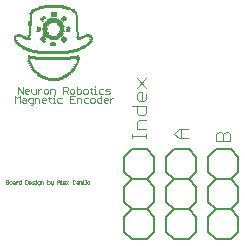
<source format=gto>
G75*
G70*
%OFA0B0*%
%FSLAX24Y24*%
%IPPOS*%
%LPD*%
%AMOC8*
5,1,8,0,0,1.08239X$1,22.5*
%
%ADD10C,0.0040*%
%ADD11R,0.0420X0.0030*%
%ADD12R,0.0600X0.0030*%
%ADD13R,0.0750X0.0030*%
%ADD14R,0.0270X0.0030*%
%ADD15R,0.0240X0.0030*%
%ADD16R,0.0210X0.0030*%
%ADD17R,0.0180X0.0030*%
%ADD18R,0.0150X0.0030*%
%ADD19R,0.0120X0.0030*%
%ADD20R,0.0090X0.0030*%
%ADD21R,0.1230X0.0030*%
%ADD22R,0.1740X0.0030*%
%ADD23R,0.0300X0.0030*%
%ADD24R,0.1050X0.0030*%
%ADD25R,0.1410X0.0030*%
%ADD26R,0.1650X0.0030*%
%ADD27R,0.0060X0.0030*%
%ADD28R,0.0360X0.0030*%
%ADD29R,0.0450X0.0030*%
%ADD30R,0.0540X0.0030*%
%ADD31R,0.0030X0.0030*%
%ADD32R,0.0570X0.0030*%
%ADD33R,0.0330X0.0030*%
%ADD34R,0.0480X0.0030*%
%ADD35R,0.0390X0.0030*%
%ADD36R,0.1080X0.0030*%
%ADD37R,0.0930X0.0030*%
%ADD38R,0.0660X0.0030*%
%ADD39C,0.0020*%
%ADD40C,0.0010*%
%ADD41C,0.0060*%
D10*
X004801Y004801D02*
X004801Y004955D01*
X004801Y004878D02*
X005261Y004878D01*
X005261Y004801D02*
X005261Y004955D01*
X005261Y005108D02*
X004955Y005108D01*
X004955Y005338D01*
X005031Y005415D01*
X005261Y005415D01*
X005185Y005569D02*
X005031Y005569D01*
X004955Y005645D01*
X004955Y005876D01*
X004801Y005876D02*
X005261Y005876D01*
X005261Y005645D01*
X005185Y005569D01*
X005185Y006029D02*
X005031Y006029D01*
X004955Y006106D01*
X004955Y006259D01*
X005031Y006336D01*
X005108Y006336D01*
X005108Y006029D01*
X005185Y006029D02*
X005261Y006106D01*
X005261Y006259D01*
X005261Y006489D02*
X004955Y006796D01*
X005261Y006796D02*
X004955Y006489D01*
X006355Y005108D02*
X006661Y005108D01*
X006431Y005108D02*
X006431Y004801D01*
X006355Y004801D02*
X006201Y004955D01*
X006355Y005108D01*
X006355Y004801D02*
X006661Y004801D01*
X007601Y004701D02*
X007601Y004932D01*
X007678Y005008D01*
X007755Y005008D01*
X007831Y004932D01*
X007831Y004701D01*
X008061Y004701D02*
X007601Y004701D01*
X007831Y004932D02*
X007908Y005008D01*
X007985Y005008D01*
X008061Y004932D01*
X008061Y004701D01*
D11*
X002866Y007711D03*
X002176Y006721D03*
X001456Y007711D03*
D12*
X002176Y006751D03*
X002176Y008641D03*
D13*
X002161Y006781D03*
D14*
X001861Y006811D03*
X001441Y007501D03*
X001261Y008131D03*
X001021Y008221D03*
X002161Y008761D03*
D15*
X001966Y008611D03*
X001966Y008221D03*
X002176Y008071D03*
X001276Y008101D03*
X001246Y007771D03*
X001786Y006841D03*
X002476Y006811D03*
X003076Y007771D03*
X003316Y008221D03*
X002716Y009091D03*
D16*
X002521Y008761D03*
X002371Y008611D03*
X002401Y008581D03*
X002401Y008251D03*
X002371Y008221D03*
X002521Y008071D03*
X002161Y007921D03*
X002161Y007891D03*
X001831Y008071D03*
X001831Y008761D03*
X001621Y009091D03*
X001561Y009061D03*
X003061Y008101D03*
X003181Y008161D03*
X003151Y007801D03*
X002551Y006841D03*
D17*
X002596Y006871D03*
X002656Y006901D03*
X001726Y006871D03*
X001186Y007801D03*
X001126Y007831D03*
X001306Y008071D03*
X001156Y008161D03*
X001816Y008101D03*
X001936Y008251D03*
X001906Y008281D03*
X001906Y008311D03*
X001876Y008401D03*
X001876Y008431D03*
X001906Y008551D03*
X001936Y008581D03*
X002176Y008851D03*
X002176Y008881D03*
X002176Y008911D03*
X002176Y008941D03*
X002176Y008971D03*
X002506Y008791D03*
X002536Y008731D03*
X002416Y008551D03*
X002446Y008521D03*
X002446Y008341D03*
X002416Y008281D03*
X002536Y008101D03*
X002506Y008041D03*
X002146Y007951D03*
X003196Y007831D03*
X003256Y007861D03*
X002776Y009061D03*
X001516Y009031D03*
D18*
X001471Y009001D03*
X001801Y008731D03*
X001831Y008791D03*
X001891Y008521D03*
X001891Y008491D03*
X001891Y008461D03*
X001891Y008371D03*
X001891Y008341D03*
X001681Y008371D03*
X001681Y008401D03*
X001681Y008431D03*
X001681Y008461D03*
X001681Y008491D03*
X001831Y008041D03*
X002161Y007981D03*
X002161Y007861D03*
X002431Y008311D03*
X002461Y008371D03*
X002461Y008401D03*
X002461Y008431D03*
X002461Y008461D03*
X002461Y008491D03*
X002671Y008431D03*
X003031Y008071D03*
X003301Y007891D03*
X003331Y007921D03*
X003361Y007951D03*
X003331Y008251D03*
X002821Y009031D03*
X001081Y007861D03*
X001051Y007891D03*
X001651Y006931D03*
X001681Y006901D03*
X002701Y006931D03*
X002731Y006961D03*
X002761Y006991D03*
X002791Y007021D03*
D19*
X002806Y007051D03*
X002836Y007081D03*
X002866Y007111D03*
X002896Y007171D03*
X002926Y007231D03*
X002986Y007411D03*
X003376Y007981D03*
X003406Y008011D03*
X003436Y008071D03*
X003436Y008131D03*
X002656Y008341D03*
X002656Y008371D03*
X002656Y008401D03*
X002656Y008461D03*
X002656Y008491D03*
X002536Y008701D03*
X002506Y008821D03*
X002866Y009001D03*
X002896Y008971D03*
X002536Y008131D03*
X002506Y008011D03*
X001846Y008011D03*
X001816Y008131D03*
X001666Y008341D03*
X001366Y008221D03*
X001396Y008551D03*
X001396Y008581D03*
X001396Y008611D03*
X001396Y008641D03*
X001396Y008671D03*
X001426Y008941D03*
X001456Y008971D03*
X001846Y008821D03*
X001006Y008251D03*
X000916Y008161D03*
X000916Y008041D03*
X000946Y007981D03*
X000976Y007951D03*
X001006Y007921D03*
X001366Y007351D03*
X001396Y007261D03*
X001426Y007201D03*
X001456Y007141D03*
X001486Y007081D03*
X001516Y007051D03*
X001546Y007021D03*
X001576Y006991D03*
X001606Y006961D03*
D20*
X001471Y007111D03*
X001441Y007171D03*
X001411Y007231D03*
X001381Y007291D03*
X001381Y007321D03*
X001351Y007381D03*
X001351Y007411D03*
X001351Y007531D03*
X000931Y008011D03*
X000901Y008071D03*
X000901Y008101D03*
X000901Y008131D03*
X001351Y008161D03*
X001351Y008191D03*
X001381Y008251D03*
X001381Y008281D03*
X001381Y008311D03*
X001381Y008341D03*
X001381Y008371D03*
X001381Y008401D03*
X001381Y008431D03*
X001381Y008461D03*
X001381Y008491D03*
X001381Y008521D03*
X001411Y008701D03*
X001411Y008731D03*
X001411Y008761D03*
X001411Y008791D03*
X001411Y008821D03*
X001411Y008851D03*
X001411Y008881D03*
X001411Y008911D03*
X001801Y008701D03*
X002911Y008911D03*
X002911Y008941D03*
X002941Y008881D03*
X002941Y008851D03*
X002941Y008821D03*
X002941Y008791D03*
X002941Y008761D03*
X002941Y008731D03*
X002941Y008701D03*
X002941Y008671D03*
X002941Y008641D03*
X002941Y008611D03*
X002941Y008581D03*
X002941Y008551D03*
X002941Y008521D03*
X002941Y008491D03*
X002941Y008461D03*
X002941Y008431D03*
X002941Y008401D03*
X002941Y008371D03*
X002941Y008341D03*
X002971Y008311D03*
X002971Y008281D03*
X002971Y008251D03*
X002971Y008221D03*
X002971Y008191D03*
X002971Y008161D03*
X003421Y008161D03*
X003451Y008101D03*
X003421Y008041D03*
X003001Y007531D03*
X002971Y007381D03*
X002971Y007351D03*
X002971Y007321D03*
X002941Y007291D03*
X002941Y007261D03*
X002911Y007201D03*
X002881Y007141D03*
D21*
X002161Y007411D03*
D22*
X002176Y007441D03*
X002176Y007471D03*
D23*
X002896Y007501D03*
X002986Y007741D03*
X003076Y008131D03*
X002626Y009121D03*
X001726Y009121D03*
X001036Y008191D03*
X001336Y007741D03*
D24*
X002161Y007621D03*
D25*
X002161Y007651D03*
D26*
X002161Y007681D03*
D27*
X001846Y007981D03*
X001816Y008161D03*
X001816Y008671D03*
X001846Y008851D03*
X002506Y008851D03*
X002506Y007981D03*
D28*
X002176Y008101D03*
D29*
X002161Y008131D03*
D30*
X002176Y008161D03*
X002176Y008671D03*
D31*
X002521Y008671D03*
X002701Y008521D03*
X002521Y008161D03*
X001651Y008521D03*
D32*
X002161Y008191D03*
D33*
X003301Y008191D03*
D34*
X002176Y008701D03*
D35*
X002161Y008731D03*
D36*
X002176Y009151D03*
D37*
X002161Y009181D03*
D38*
X002176Y009211D03*
D39*
X002501Y006512D02*
X002612Y006512D01*
X002648Y006475D01*
X002648Y006401D01*
X002612Y006365D01*
X002501Y006365D01*
X002501Y006291D02*
X002501Y006512D01*
X002575Y006365D02*
X002648Y006291D01*
X002722Y006328D02*
X002759Y006291D01*
X002833Y006291D01*
X002869Y006328D01*
X002869Y006401D01*
X002833Y006438D01*
X002759Y006438D01*
X002722Y006401D01*
X002722Y006328D01*
X002733Y006212D02*
X002733Y005991D01*
X002880Y005991D01*
X002954Y005991D02*
X002954Y006138D01*
X003064Y006138D01*
X003101Y006101D01*
X003101Y005991D01*
X003175Y006028D02*
X003212Y005991D01*
X003322Y005991D01*
X003396Y006028D02*
X003396Y006101D01*
X003433Y006138D01*
X003506Y006138D01*
X003543Y006101D01*
X003543Y006028D01*
X003506Y005991D01*
X003433Y005991D01*
X003396Y006028D01*
X003322Y006138D02*
X003212Y006138D01*
X003175Y006101D01*
X003175Y006028D01*
X003201Y006291D02*
X003164Y006328D01*
X003164Y006401D01*
X003201Y006438D01*
X003274Y006438D01*
X003311Y006401D01*
X003311Y006328D01*
X003274Y006291D01*
X003201Y006291D01*
X003090Y006328D02*
X003090Y006401D01*
X003054Y006438D01*
X002943Y006438D01*
X002943Y006512D02*
X002943Y006291D01*
X003054Y006291D01*
X003090Y006328D01*
X002880Y006212D02*
X002733Y006212D01*
X002733Y006101D02*
X002806Y006101D01*
X002438Y006138D02*
X002328Y006138D01*
X002291Y006101D01*
X002291Y006028D01*
X002328Y005991D01*
X002438Y005991D01*
X002217Y005991D02*
X002144Y005991D01*
X002180Y005991D02*
X002180Y006138D01*
X002144Y006138D01*
X002070Y006138D02*
X001996Y006138D01*
X002033Y006175D02*
X002033Y006028D01*
X002070Y005991D01*
X001922Y006065D02*
X001775Y006065D01*
X001775Y006101D02*
X001812Y006138D01*
X001885Y006138D01*
X001922Y006101D01*
X001922Y006065D01*
X001885Y005991D02*
X001812Y005991D01*
X001775Y006028D01*
X001775Y006101D01*
X001701Y006101D02*
X001701Y005991D01*
X001701Y006101D02*
X001664Y006138D01*
X001554Y006138D01*
X001554Y005991D01*
X001480Y005991D02*
X001370Y005991D01*
X001333Y006028D01*
X001333Y006101D01*
X001370Y006138D01*
X001480Y006138D01*
X001480Y005955D01*
X001443Y005918D01*
X001407Y005918D01*
X001259Y005991D02*
X001149Y005991D01*
X001112Y006028D01*
X001149Y006065D01*
X001259Y006065D01*
X001259Y006101D02*
X001259Y005991D01*
X001259Y006101D02*
X001222Y006138D01*
X001149Y006138D01*
X001038Y006212D02*
X001038Y005991D01*
X000965Y006138D02*
X001038Y006212D01*
X000991Y006291D02*
X000991Y006512D01*
X001138Y006291D01*
X001138Y006512D01*
X001212Y006401D02*
X001249Y006438D01*
X001322Y006438D01*
X001359Y006401D01*
X001359Y006365D01*
X001212Y006365D01*
X001212Y006401D02*
X001212Y006328D01*
X001249Y006291D01*
X001322Y006291D01*
X001433Y006328D02*
X001470Y006291D01*
X001580Y006291D01*
X001580Y006438D01*
X001654Y006438D02*
X001654Y006291D01*
X001654Y006365D02*
X001728Y006438D01*
X001764Y006438D01*
X001839Y006401D02*
X001839Y006328D01*
X001875Y006291D01*
X001949Y006291D01*
X001985Y006328D01*
X001985Y006401D01*
X001949Y006438D01*
X001875Y006438D01*
X001839Y006401D01*
X002059Y006438D02*
X002059Y006291D01*
X002180Y006248D02*
X002180Y006212D01*
X002206Y006291D02*
X002206Y006401D01*
X002170Y006438D01*
X002059Y006438D01*
X001433Y006438D02*
X001433Y006328D01*
X000965Y006138D02*
X000891Y006212D01*
X000891Y005991D01*
X003385Y006438D02*
X003459Y006438D01*
X003422Y006475D02*
X003422Y006328D01*
X003459Y006291D01*
X003533Y006291D02*
X003606Y006291D01*
X003569Y006291D02*
X003569Y006438D01*
X003533Y006438D01*
X003569Y006512D02*
X003569Y006548D01*
X003680Y006401D02*
X003680Y006328D01*
X003717Y006291D01*
X003827Y006291D01*
X003901Y006291D02*
X004011Y006291D01*
X004048Y006328D01*
X004011Y006365D01*
X003938Y006365D01*
X003901Y006401D01*
X003938Y006438D01*
X004048Y006438D01*
X003827Y006438D02*
X003717Y006438D01*
X003680Y006401D01*
X003764Y006212D02*
X003764Y005991D01*
X003654Y005991D01*
X003617Y006028D01*
X003617Y006101D01*
X003654Y006138D01*
X003764Y006138D01*
X003838Y006101D02*
X003875Y006138D01*
X003948Y006138D01*
X003985Y006101D01*
X003985Y006065D01*
X003838Y006065D01*
X003838Y006101D02*
X003838Y006028D01*
X003875Y005991D01*
X003948Y005991D01*
X004059Y005991D02*
X004059Y006138D01*
X004059Y006065D02*
X004132Y006138D01*
X004169Y006138D01*
D40*
X000641Y003286D02*
X000586Y003286D01*
X000586Y003396D01*
X000641Y003396D01*
X000660Y003378D01*
X000660Y003360D01*
X000641Y003341D01*
X000586Y003341D01*
X000641Y003341D02*
X000660Y003323D01*
X000660Y003305D01*
X000641Y003286D01*
X000697Y003305D02*
X000715Y003286D01*
X000752Y003286D01*
X000770Y003305D01*
X000770Y003341D01*
X000752Y003360D01*
X000715Y003360D01*
X000697Y003341D01*
X000697Y003305D01*
X000807Y003305D02*
X000826Y003323D01*
X000881Y003323D01*
X000881Y003341D02*
X000881Y003286D01*
X000826Y003286D01*
X000807Y003305D01*
X000826Y003360D02*
X000862Y003360D01*
X000881Y003341D01*
X000918Y003323D02*
X000955Y003360D01*
X000973Y003360D01*
X001010Y003341D02*
X001028Y003360D01*
X001083Y003360D01*
X001083Y003396D02*
X001083Y003286D01*
X001028Y003286D01*
X001010Y003305D01*
X001010Y003341D01*
X000918Y003360D02*
X000918Y003286D01*
X001231Y003286D02*
X001286Y003286D01*
X001304Y003305D01*
X001304Y003378D01*
X001286Y003396D01*
X001231Y003396D01*
X001231Y003286D01*
X001341Y003305D02*
X001341Y003341D01*
X001360Y003360D01*
X001396Y003360D01*
X001415Y003341D01*
X001415Y003323D01*
X001341Y003323D01*
X001341Y003305D02*
X001360Y003286D01*
X001396Y003286D01*
X001452Y003286D02*
X001507Y003286D01*
X001525Y003305D01*
X001507Y003323D01*
X001470Y003323D01*
X001452Y003341D01*
X001470Y003360D01*
X001525Y003360D01*
X001562Y003360D02*
X001581Y003360D01*
X001581Y003286D01*
X001599Y003286D02*
X001562Y003286D01*
X001636Y003305D02*
X001654Y003286D01*
X001709Y003286D01*
X001709Y003268D02*
X001709Y003360D01*
X001654Y003360D01*
X001636Y003341D01*
X001636Y003305D01*
X001673Y003250D02*
X001691Y003250D01*
X001709Y003268D01*
X001746Y003286D02*
X001746Y003360D01*
X001801Y003360D01*
X001820Y003341D01*
X001820Y003286D01*
X001967Y003286D02*
X001967Y003396D01*
X001967Y003360D02*
X002022Y003360D01*
X002041Y003341D01*
X002041Y003305D01*
X002022Y003286D01*
X001967Y003286D01*
X002078Y003305D02*
X002078Y003360D01*
X002078Y003305D02*
X002096Y003286D01*
X002151Y003286D01*
X002151Y003268D02*
X002133Y003250D01*
X002114Y003250D01*
X002151Y003268D02*
X002151Y003360D01*
X002299Y003360D02*
X002299Y003286D01*
X002299Y003341D02*
X002372Y003341D01*
X002372Y003360D02*
X002372Y003286D01*
X002409Y003286D02*
X002446Y003286D01*
X002428Y003286D02*
X002428Y003396D01*
X002409Y003396D01*
X002372Y003360D02*
X002335Y003396D01*
X002299Y003360D01*
X002483Y003341D02*
X002501Y003360D01*
X002538Y003360D01*
X002556Y003341D01*
X002556Y003323D01*
X002483Y003323D01*
X002483Y003305D02*
X002483Y003341D01*
X002483Y003305D02*
X002501Y003286D01*
X002538Y003286D01*
X002593Y003286D02*
X002667Y003360D01*
X002593Y003360D02*
X002667Y003286D01*
X002814Y003305D02*
X002814Y003378D01*
X002833Y003396D01*
X002869Y003396D01*
X002888Y003378D01*
X002943Y003360D02*
X002980Y003360D01*
X002998Y003341D01*
X002998Y003286D01*
X002943Y003286D01*
X002925Y003305D01*
X002943Y003323D01*
X002998Y003323D01*
X003035Y003286D02*
X003035Y003360D01*
X003054Y003360D01*
X003072Y003341D01*
X003090Y003360D01*
X003109Y003341D01*
X003109Y003286D01*
X003146Y003286D02*
X003182Y003286D01*
X003164Y003286D02*
X003164Y003360D01*
X003146Y003360D01*
X003164Y003396D02*
X003164Y003415D01*
X003219Y003396D02*
X003238Y003396D01*
X003238Y003286D01*
X003256Y003286D02*
X003219Y003286D01*
X003293Y003305D02*
X003311Y003286D01*
X003348Y003286D01*
X003366Y003305D01*
X003366Y003341D01*
X003348Y003360D01*
X003311Y003360D01*
X003293Y003341D01*
X003293Y003305D01*
X003072Y003286D02*
X003072Y003341D01*
X002888Y003305D02*
X002869Y003286D01*
X002833Y003286D01*
X002814Y003305D01*
X001581Y003396D02*
X001581Y003415D01*
D41*
X004532Y003184D02*
X004532Y002684D01*
X004782Y002434D01*
X004532Y002184D01*
X004532Y001684D01*
X004782Y001434D01*
X005282Y001434D01*
X005532Y001684D01*
X005532Y002184D01*
X005282Y002434D01*
X004782Y002434D01*
X005282Y002434D02*
X005532Y002684D01*
X005532Y003184D01*
X005282Y003434D01*
X004782Y003434D01*
X004532Y003184D01*
X004782Y003434D02*
X004532Y003684D01*
X004532Y004184D01*
X004782Y004434D01*
X005282Y004434D01*
X005532Y004184D01*
X005532Y003684D01*
X005282Y003434D01*
X005932Y003684D02*
X005932Y004184D01*
X006182Y004434D01*
X006682Y004434D01*
X006932Y004184D01*
X006932Y003684D01*
X006682Y003434D01*
X006932Y003184D01*
X006932Y002684D01*
X006682Y002434D01*
X006932Y002184D01*
X006932Y001684D01*
X006682Y001434D01*
X006182Y001434D01*
X005932Y001684D01*
X005932Y002184D01*
X006182Y002434D01*
X005932Y002684D01*
X005932Y003184D01*
X006182Y003434D01*
X005932Y003684D01*
X006182Y003434D02*
X006682Y003434D01*
X007332Y003684D02*
X007332Y004184D01*
X007582Y004434D01*
X008082Y004434D01*
X008332Y004184D01*
X008332Y003684D01*
X008082Y003434D01*
X008332Y003184D01*
X008332Y002684D01*
X008082Y002434D01*
X008332Y002184D01*
X008332Y001684D01*
X008082Y001434D01*
X007582Y001434D01*
X007332Y001684D01*
X007332Y002184D01*
X007582Y002434D01*
X007332Y002684D01*
X007332Y003184D01*
X007582Y003434D01*
X007332Y003684D01*
X007582Y003434D02*
X008082Y003434D01*
X008082Y002434D02*
X007582Y002434D01*
X006682Y002434D02*
X006182Y002434D01*
M02*

</source>
